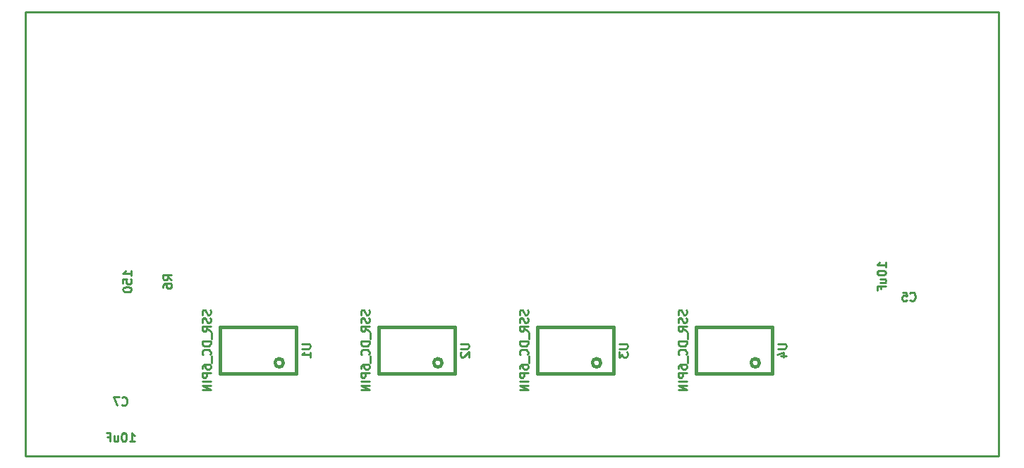
<source format=gbo>
G04 (created by PCBNEW (2013-jul-07)-stable) date Wed 28 May 2014 04:19:17 PM EDT*
%MOIN*%
G04 Gerber Fmt 3.4, Leading zero omitted, Abs format*
%FSLAX34Y34*%
G01*
G70*
G90*
G04 APERTURE LIST*
%ADD10C,0.00590551*%
%ADD11C,0.009*%
%ADD12C,0.015*%
%ADD13C,0.005*%
%ADD14C,0.01*%
%ADD15C,0.175*%
%ADD16O,0.08X0.12*%
%ADD17C,0.08*%
%ADD18R,0.07X0.1*%
%ADD19C,0.096*%
%ADD20C,0.16*%
%ADD21C,0.18*%
%ADD22R,0.12X0.12*%
%ADD23C,0.12*%
%ADD24R,0.1X0.1*%
%ADD25C,0.1*%
%ADD26R,0.07X0.12*%
%ADD27R,0.12X0.07*%
%ADD28C,0.093*%
%ADD29R,0.093X0.093*%
%ADD30C,0.11*%
%ADD31C,0.195*%
%ADD32C,0.14*%
%ADD33R,0.085X0.085*%
%ADD34C,0.085*%
G04 APERTURE END LIST*
G54D10*
G54D11*
X89500Y-51500D02*
X43500Y-51500D01*
X43500Y-30500D02*
X89500Y-30500D01*
X43500Y-30500D02*
X43500Y-51500D01*
X89500Y-51500D02*
X89500Y-30500D01*
G54D12*
X70700Y-47100D02*
G75*
G03X70700Y-47100I-200J0D01*
G74*
G01*
X71300Y-47600D02*
X67700Y-47600D01*
X67700Y-47600D02*
X67700Y-45400D01*
X67700Y-45400D02*
X71300Y-45400D01*
X71300Y-45400D02*
X71300Y-47600D01*
X78200Y-47100D02*
G75*
G03X78200Y-47100I-200J0D01*
G74*
G01*
X78800Y-47600D02*
X75200Y-47600D01*
X75200Y-47600D02*
X75200Y-45400D01*
X75200Y-45400D02*
X78800Y-45400D01*
X78800Y-45400D02*
X78800Y-47600D01*
X55700Y-47100D02*
G75*
G03X55700Y-47100I-200J0D01*
G74*
G01*
X56300Y-47600D02*
X52700Y-47600D01*
X52700Y-47600D02*
X52700Y-45400D01*
X52700Y-45400D02*
X56300Y-45400D01*
X56300Y-45400D02*
X56300Y-47600D01*
X63200Y-47100D02*
G75*
G03X63200Y-47100I-200J0D01*
G74*
G01*
X63800Y-47600D02*
X60200Y-47600D01*
X60200Y-47600D02*
X60200Y-45400D01*
X60200Y-45400D02*
X63800Y-45400D01*
X63800Y-45400D02*
X63800Y-47600D01*
G54D13*
X84950Y-43550D02*
X84350Y-43550D01*
X84350Y-43550D02*
X84350Y-42450D01*
X84350Y-42450D02*
X84950Y-42450D01*
X85550Y-42450D02*
X86150Y-42450D01*
X86150Y-42450D02*
X86150Y-43550D01*
X86150Y-43550D02*
X85550Y-43550D01*
X48300Y-49200D02*
X48900Y-49200D01*
X48900Y-49200D02*
X48900Y-50300D01*
X48900Y-50300D02*
X48300Y-50300D01*
X47700Y-50300D02*
X47100Y-50300D01*
X47100Y-50300D02*
X47100Y-49200D01*
X47100Y-49200D02*
X47700Y-49200D01*
X49800Y-43550D02*
X49800Y-44150D01*
X49800Y-44150D02*
X48700Y-44150D01*
X48700Y-44150D02*
X48700Y-43550D01*
X48700Y-42950D02*
X48700Y-42350D01*
X48700Y-42350D02*
X49800Y-42350D01*
X49800Y-42350D02*
X49800Y-42950D01*
G54D14*
X71561Y-46195D02*
X71885Y-46195D01*
X71923Y-46214D01*
X71942Y-46233D01*
X71961Y-46271D01*
X71961Y-46347D01*
X71942Y-46385D01*
X71923Y-46404D01*
X71885Y-46423D01*
X71561Y-46423D01*
X71561Y-46576D02*
X71561Y-46823D01*
X71714Y-46690D01*
X71714Y-46747D01*
X71733Y-46785D01*
X71752Y-46804D01*
X71790Y-46823D01*
X71885Y-46823D01*
X71923Y-46804D01*
X71942Y-46785D01*
X71961Y-46747D01*
X71961Y-46633D01*
X71942Y-46595D01*
X71923Y-46576D01*
X67242Y-44595D02*
X67261Y-44652D01*
X67261Y-44747D01*
X67242Y-44785D01*
X67223Y-44804D01*
X67185Y-44823D01*
X67147Y-44823D01*
X67109Y-44804D01*
X67090Y-44785D01*
X67071Y-44747D01*
X67052Y-44671D01*
X67033Y-44633D01*
X67014Y-44614D01*
X66976Y-44595D01*
X66938Y-44595D01*
X66900Y-44614D01*
X66880Y-44633D01*
X66861Y-44671D01*
X66861Y-44766D01*
X66880Y-44823D01*
X67242Y-44976D02*
X67261Y-45033D01*
X67261Y-45128D01*
X67242Y-45166D01*
X67223Y-45185D01*
X67185Y-45204D01*
X67147Y-45204D01*
X67109Y-45185D01*
X67090Y-45166D01*
X67071Y-45128D01*
X67052Y-45052D01*
X67033Y-45014D01*
X67014Y-44995D01*
X66976Y-44976D01*
X66938Y-44976D01*
X66900Y-44995D01*
X66880Y-45014D01*
X66861Y-45052D01*
X66861Y-45147D01*
X66880Y-45204D01*
X67261Y-45604D02*
X67071Y-45471D01*
X67261Y-45376D02*
X66861Y-45376D01*
X66861Y-45528D01*
X66880Y-45566D01*
X66900Y-45585D01*
X66938Y-45604D01*
X66995Y-45604D01*
X67033Y-45585D01*
X67052Y-45566D01*
X67071Y-45528D01*
X67071Y-45376D01*
X67300Y-45680D02*
X67300Y-45985D01*
X67261Y-46080D02*
X66861Y-46080D01*
X66861Y-46176D01*
X66880Y-46233D01*
X66919Y-46271D01*
X66957Y-46290D01*
X67033Y-46309D01*
X67090Y-46309D01*
X67166Y-46290D01*
X67204Y-46271D01*
X67242Y-46233D01*
X67261Y-46176D01*
X67261Y-46080D01*
X67223Y-46709D02*
X67242Y-46690D01*
X67261Y-46633D01*
X67261Y-46595D01*
X67242Y-46538D01*
X67204Y-46500D01*
X67166Y-46480D01*
X67090Y-46461D01*
X67033Y-46461D01*
X66957Y-46480D01*
X66919Y-46500D01*
X66880Y-46538D01*
X66861Y-46595D01*
X66861Y-46633D01*
X66880Y-46690D01*
X66900Y-46709D01*
X67300Y-46785D02*
X67300Y-47090D01*
X66861Y-47357D02*
X66861Y-47280D01*
X66880Y-47242D01*
X66900Y-47223D01*
X66957Y-47185D01*
X67033Y-47166D01*
X67185Y-47166D01*
X67223Y-47185D01*
X67242Y-47204D01*
X67261Y-47242D01*
X67261Y-47319D01*
X67242Y-47357D01*
X67223Y-47376D01*
X67185Y-47395D01*
X67090Y-47395D01*
X67052Y-47376D01*
X67033Y-47357D01*
X67014Y-47319D01*
X67014Y-47242D01*
X67033Y-47204D01*
X67052Y-47185D01*
X67090Y-47166D01*
X67261Y-47566D02*
X66861Y-47566D01*
X66861Y-47719D01*
X66880Y-47757D01*
X66900Y-47776D01*
X66938Y-47795D01*
X66995Y-47795D01*
X67033Y-47776D01*
X67052Y-47757D01*
X67071Y-47719D01*
X67071Y-47566D01*
X67261Y-47966D02*
X66861Y-47966D01*
X67261Y-48157D02*
X66861Y-48157D01*
X67261Y-48385D01*
X66861Y-48385D01*
X79061Y-46195D02*
X79385Y-46195D01*
X79423Y-46214D01*
X79442Y-46233D01*
X79461Y-46271D01*
X79461Y-46347D01*
X79442Y-46385D01*
X79423Y-46404D01*
X79385Y-46423D01*
X79061Y-46423D01*
X79195Y-46785D02*
X79461Y-46785D01*
X79042Y-46690D02*
X79328Y-46595D01*
X79328Y-46842D01*
X74742Y-44595D02*
X74761Y-44652D01*
X74761Y-44747D01*
X74742Y-44785D01*
X74723Y-44804D01*
X74685Y-44823D01*
X74647Y-44823D01*
X74609Y-44804D01*
X74590Y-44785D01*
X74571Y-44747D01*
X74552Y-44671D01*
X74533Y-44633D01*
X74514Y-44614D01*
X74476Y-44595D01*
X74438Y-44595D01*
X74400Y-44614D01*
X74380Y-44633D01*
X74361Y-44671D01*
X74361Y-44766D01*
X74380Y-44823D01*
X74742Y-44976D02*
X74761Y-45033D01*
X74761Y-45128D01*
X74742Y-45166D01*
X74723Y-45185D01*
X74685Y-45204D01*
X74647Y-45204D01*
X74609Y-45185D01*
X74590Y-45166D01*
X74571Y-45128D01*
X74552Y-45052D01*
X74533Y-45014D01*
X74514Y-44995D01*
X74476Y-44976D01*
X74438Y-44976D01*
X74400Y-44995D01*
X74380Y-45014D01*
X74361Y-45052D01*
X74361Y-45147D01*
X74380Y-45204D01*
X74761Y-45604D02*
X74571Y-45471D01*
X74761Y-45376D02*
X74361Y-45376D01*
X74361Y-45528D01*
X74380Y-45566D01*
X74400Y-45585D01*
X74438Y-45604D01*
X74495Y-45604D01*
X74533Y-45585D01*
X74552Y-45566D01*
X74571Y-45528D01*
X74571Y-45376D01*
X74800Y-45680D02*
X74800Y-45985D01*
X74761Y-46080D02*
X74361Y-46080D01*
X74361Y-46176D01*
X74380Y-46233D01*
X74419Y-46271D01*
X74457Y-46290D01*
X74533Y-46309D01*
X74590Y-46309D01*
X74666Y-46290D01*
X74704Y-46271D01*
X74742Y-46233D01*
X74761Y-46176D01*
X74761Y-46080D01*
X74723Y-46709D02*
X74742Y-46690D01*
X74761Y-46633D01*
X74761Y-46595D01*
X74742Y-46538D01*
X74704Y-46500D01*
X74666Y-46480D01*
X74590Y-46461D01*
X74533Y-46461D01*
X74457Y-46480D01*
X74419Y-46500D01*
X74380Y-46538D01*
X74361Y-46595D01*
X74361Y-46633D01*
X74380Y-46690D01*
X74400Y-46709D01*
X74800Y-46785D02*
X74800Y-47090D01*
X74361Y-47357D02*
X74361Y-47280D01*
X74380Y-47242D01*
X74400Y-47223D01*
X74457Y-47185D01*
X74533Y-47166D01*
X74685Y-47166D01*
X74723Y-47185D01*
X74742Y-47204D01*
X74761Y-47242D01*
X74761Y-47319D01*
X74742Y-47357D01*
X74723Y-47376D01*
X74685Y-47395D01*
X74590Y-47395D01*
X74552Y-47376D01*
X74533Y-47357D01*
X74514Y-47319D01*
X74514Y-47242D01*
X74533Y-47204D01*
X74552Y-47185D01*
X74590Y-47166D01*
X74761Y-47566D02*
X74361Y-47566D01*
X74361Y-47719D01*
X74380Y-47757D01*
X74400Y-47776D01*
X74438Y-47795D01*
X74495Y-47795D01*
X74533Y-47776D01*
X74552Y-47757D01*
X74571Y-47719D01*
X74571Y-47566D01*
X74761Y-47966D02*
X74361Y-47966D01*
X74761Y-48157D02*
X74361Y-48157D01*
X74761Y-48385D01*
X74361Y-48385D01*
X56561Y-46195D02*
X56885Y-46195D01*
X56923Y-46214D01*
X56942Y-46233D01*
X56961Y-46271D01*
X56961Y-46347D01*
X56942Y-46385D01*
X56923Y-46404D01*
X56885Y-46423D01*
X56561Y-46423D01*
X56961Y-46823D02*
X56961Y-46595D01*
X56961Y-46709D02*
X56561Y-46709D01*
X56619Y-46671D01*
X56657Y-46633D01*
X56676Y-46595D01*
X52242Y-44595D02*
X52261Y-44652D01*
X52261Y-44747D01*
X52242Y-44785D01*
X52223Y-44804D01*
X52185Y-44823D01*
X52147Y-44823D01*
X52109Y-44804D01*
X52090Y-44785D01*
X52071Y-44747D01*
X52052Y-44671D01*
X52033Y-44633D01*
X52014Y-44614D01*
X51976Y-44595D01*
X51938Y-44595D01*
X51900Y-44614D01*
X51880Y-44633D01*
X51861Y-44671D01*
X51861Y-44766D01*
X51880Y-44823D01*
X52242Y-44976D02*
X52261Y-45033D01*
X52261Y-45128D01*
X52242Y-45166D01*
X52223Y-45185D01*
X52185Y-45204D01*
X52147Y-45204D01*
X52109Y-45185D01*
X52090Y-45166D01*
X52071Y-45128D01*
X52052Y-45052D01*
X52033Y-45014D01*
X52014Y-44995D01*
X51976Y-44976D01*
X51938Y-44976D01*
X51900Y-44995D01*
X51880Y-45014D01*
X51861Y-45052D01*
X51861Y-45147D01*
X51880Y-45204D01*
X52261Y-45604D02*
X52071Y-45471D01*
X52261Y-45376D02*
X51861Y-45376D01*
X51861Y-45528D01*
X51880Y-45566D01*
X51900Y-45585D01*
X51938Y-45604D01*
X51995Y-45604D01*
X52033Y-45585D01*
X52052Y-45566D01*
X52071Y-45528D01*
X52071Y-45376D01*
X52300Y-45680D02*
X52300Y-45985D01*
X52261Y-46080D02*
X51861Y-46080D01*
X51861Y-46176D01*
X51880Y-46233D01*
X51919Y-46271D01*
X51957Y-46290D01*
X52033Y-46309D01*
X52090Y-46309D01*
X52166Y-46290D01*
X52204Y-46271D01*
X52242Y-46233D01*
X52261Y-46176D01*
X52261Y-46080D01*
X52223Y-46709D02*
X52242Y-46690D01*
X52261Y-46633D01*
X52261Y-46595D01*
X52242Y-46538D01*
X52204Y-46500D01*
X52166Y-46480D01*
X52090Y-46461D01*
X52033Y-46461D01*
X51957Y-46480D01*
X51919Y-46500D01*
X51880Y-46538D01*
X51861Y-46595D01*
X51861Y-46633D01*
X51880Y-46690D01*
X51900Y-46709D01*
X52300Y-46785D02*
X52300Y-47090D01*
X51861Y-47357D02*
X51861Y-47280D01*
X51880Y-47242D01*
X51900Y-47223D01*
X51957Y-47185D01*
X52033Y-47166D01*
X52185Y-47166D01*
X52223Y-47185D01*
X52242Y-47204D01*
X52261Y-47242D01*
X52261Y-47319D01*
X52242Y-47357D01*
X52223Y-47376D01*
X52185Y-47395D01*
X52090Y-47395D01*
X52052Y-47376D01*
X52033Y-47357D01*
X52014Y-47319D01*
X52014Y-47242D01*
X52033Y-47204D01*
X52052Y-47185D01*
X52090Y-47166D01*
X52261Y-47566D02*
X51861Y-47566D01*
X51861Y-47719D01*
X51880Y-47757D01*
X51900Y-47776D01*
X51938Y-47795D01*
X51995Y-47795D01*
X52033Y-47776D01*
X52052Y-47757D01*
X52071Y-47719D01*
X52071Y-47566D01*
X52261Y-47966D02*
X51861Y-47966D01*
X52261Y-48157D02*
X51861Y-48157D01*
X52261Y-48385D01*
X51861Y-48385D01*
X64061Y-46195D02*
X64385Y-46195D01*
X64423Y-46214D01*
X64442Y-46233D01*
X64461Y-46271D01*
X64461Y-46347D01*
X64442Y-46385D01*
X64423Y-46404D01*
X64385Y-46423D01*
X64061Y-46423D01*
X64100Y-46595D02*
X64080Y-46614D01*
X64061Y-46652D01*
X64061Y-46747D01*
X64080Y-46785D01*
X64100Y-46804D01*
X64138Y-46823D01*
X64176Y-46823D01*
X64233Y-46804D01*
X64461Y-46576D01*
X64461Y-46823D01*
X59742Y-44595D02*
X59761Y-44652D01*
X59761Y-44747D01*
X59742Y-44785D01*
X59723Y-44804D01*
X59685Y-44823D01*
X59647Y-44823D01*
X59609Y-44804D01*
X59590Y-44785D01*
X59571Y-44747D01*
X59552Y-44671D01*
X59533Y-44633D01*
X59514Y-44614D01*
X59476Y-44595D01*
X59438Y-44595D01*
X59400Y-44614D01*
X59380Y-44633D01*
X59361Y-44671D01*
X59361Y-44766D01*
X59380Y-44823D01*
X59742Y-44976D02*
X59761Y-45033D01*
X59761Y-45128D01*
X59742Y-45166D01*
X59723Y-45185D01*
X59685Y-45204D01*
X59647Y-45204D01*
X59609Y-45185D01*
X59590Y-45166D01*
X59571Y-45128D01*
X59552Y-45052D01*
X59533Y-45014D01*
X59514Y-44995D01*
X59476Y-44976D01*
X59438Y-44976D01*
X59400Y-44995D01*
X59380Y-45014D01*
X59361Y-45052D01*
X59361Y-45147D01*
X59380Y-45204D01*
X59761Y-45604D02*
X59571Y-45471D01*
X59761Y-45376D02*
X59361Y-45376D01*
X59361Y-45528D01*
X59380Y-45566D01*
X59400Y-45585D01*
X59438Y-45604D01*
X59495Y-45604D01*
X59533Y-45585D01*
X59552Y-45566D01*
X59571Y-45528D01*
X59571Y-45376D01*
X59800Y-45680D02*
X59800Y-45985D01*
X59761Y-46080D02*
X59361Y-46080D01*
X59361Y-46176D01*
X59380Y-46233D01*
X59419Y-46271D01*
X59457Y-46290D01*
X59533Y-46309D01*
X59590Y-46309D01*
X59666Y-46290D01*
X59704Y-46271D01*
X59742Y-46233D01*
X59761Y-46176D01*
X59761Y-46080D01*
X59723Y-46709D02*
X59742Y-46690D01*
X59761Y-46633D01*
X59761Y-46595D01*
X59742Y-46538D01*
X59704Y-46500D01*
X59666Y-46480D01*
X59590Y-46461D01*
X59533Y-46461D01*
X59457Y-46480D01*
X59419Y-46500D01*
X59380Y-46538D01*
X59361Y-46595D01*
X59361Y-46633D01*
X59380Y-46690D01*
X59400Y-46709D01*
X59800Y-46785D02*
X59800Y-47090D01*
X59361Y-47357D02*
X59361Y-47280D01*
X59380Y-47242D01*
X59400Y-47223D01*
X59457Y-47185D01*
X59533Y-47166D01*
X59685Y-47166D01*
X59723Y-47185D01*
X59742Y-47204D01*
X59761Y-47242D01*
X59761Y-47319D01*
X59742Y-47357D01*
X59723Y-47376D01*
X59685Y-47395D01*
X59590Y-47395D01*
X59552Y-47376D01*
X59533Y-47357D01*
X59514Y-47319D01*
X59514Y-47242D01*
X59533Y-47204D01*
X59552Y-47185D01*
X59590Y-47166D01*
X59761Y-47566D02*
X59361Y-47566D01*
X59361Y-47719D01*
X59380Y-47757D01*
X59400Y-47776D01*
X59438Y-47795D01*
X59495Y-47795D01*
X59533Y-47776D01*
X59552Y-47757D01*
X59571Y-47719D01*
X59571Y-47566D01*
X59761Y-47966D02*
X59361Y-47966D01*
X59761Y-48157D02*
X59361Y-48157D01*
X59761Y-48385D01*
X59361Y-48385D01*
X85316Y-44123D02*
X85335Y-44142D01*
X85392Y-44161D01*
X85430Y-44161D01*
X85488Y-44142D01*
X85526Y-44104D01*
X85545Y-44066D01*
X85564Y-43990D01*
X85564Y-43933D01*
X85545Y-43857D01*
X85526Y-43819D01*
X85488Y-43780D01*
X85430Y-43761D01*
X85392Y-43761D01*
X85335Y-43780D01*
X85316Y-43800D01*
X84954Y-43761D02*
X85145Y-43761D01*
X85164Y-43952D01*
X85145Y-43933D01*
X85107Y-43914D01*
X85011Y-43914D01*
X84973Y-43933D01*
X84954Y-43952D01*
X84935Y-43990D01*
X84935Y-44085D01*
X84954Y-44123D01*
X84973Y-44142D01*
X85011Y-44161D01*
X85107Y-44161D01*
X85145Y-44142D01*
X85164Y-44123D01*
X84161Y-42571D02*
X84161Y-42342D01*
X84161Y-42457D02*
X83761Y-42457D01*
X83819Y-42419D01*
X83857Y-42380D01*
X83876Y-42342D01*
X83761Y-42819D02*
X83761Y-42857D01*
X83780Y-42895D01*
X83800Y-42914D01*
X83838Y-42933D01*
X83914Y-42952D01*
X84009Y-42952D01*
X84085Y-42933D01*
X84123Y-42914D01*
X84142Y-42895D01*
X84161Y-42857D01*
X84161Y-42819D01*
X84142Y-42780D01*
X84123Y-42761D01*
X84085Y-42742D01*
X84009Y-42723D01*
X83914Y-42723D01*
X83838Y-42742D01*
X83800Y-42761D01*
X83780Y-42780D01*
X83761Y-42819D01*
X83895Y-43295D02*
X84161Y-43295D01*
X83895Y-43123D02*
X84104Y-43123D01*
X84142Y-43142D01*
X84161Y-43180D01*
X84161Y-43238D01*
X84142Y-43276D01*
X84123Y-43295D01*
X83952Y-43619D02*
X83952Y-43485D01*
X84161Y-43485D02*
X83761Y-43485D01*
X83761Y-43676D01*
X48066Y-49073D02*
X48085Y-49092D01*
X48142Y-49111D01*
X48180Y-49111D01*
X48238Y-49092D01*
X48276Y-49054D01*
X48295Y-49016D01*
X48314Y-48940D01*
X48314Y-48883D01*
X48295Y-48807D01*
X48276Y-48769D01*
X48238Y-48730D01*
X48180Y-48711D01*
X48142Y-48711D01*
X48085Y-48730D01*
X48066Y-48750D01*
X47933Y-48711D02*
X47666Y-48711D01*
X47838Y-49111D01*
X48428Y-50811D02*
X48657Y-50811D01*
X48542Y-50811D02*
X48542Y-50411D01*
X48580Y-50469D01*
X48619Y-50507D01*
X48657Y-50526D01*
X48180Y-50411D02*
X48142Y-50411D01*
X48104Y-50430D01*
X48085Y-50450D01*
X48066Y-50488D01*
X48047Y-50564D01*
X48047Y-50659D01*
X48066Y-50735D01*
X48085Y-50773D01*
X48104Y-50792D01*
X48142Y-50811D01*
X48180Y-50811D01*
X48219Y-50792D01*
X48238Y-50773D01*
X48257Y-50735D01*
X48276Y-50659D01*
X48276Y-50564D01*
X48257Y-50488D01*
X48238Y-50450D01*
X48219Y-50430D01*
X48180Y-50411D01*
X47704Y-50545D02*
X47704Y-50811D01*
X47876Y-50545D02*
X47876Y-50754D01*
X47857Y-50792D01*
X47819Y-50811D01*
X47761Y-50811D01*
X47723Y-50792D01*
X47704Y-50773D01*
X47380Y-50602D02*
X47514Y-50602D01*
X47514Y-50811D02*
X47514Y-50411D01*
X47323Y-50411D01*
X50411Y-43183D02*
X50221Y-43050D01*
X50411Y-42954D02*
X50011Y-42954D01*
X50011Y-43107D01*
X50030Y-43145D01*
X50050Y-43164D01*
X50088Y-43183D01*
X50145Y-43183D01*
X50183Y-43164D01*
X50202Y-43145D01*
X50221Y-43107D01*
X50221Y-42954D01*
X50011Y-43526D02*
X50011Y-43450D01*
X50030Y-43411D01*
X50050Y-43392D01*
X50107Y-43354D01*
X50183Y-43335D01*
X50335Y-43335D01*
X50373Y-43354D01*
X50392Y-43373D01*
X50411Y-43411D01*
X50411Y-43488D01*
X50392Y-43526D01*
X50373Y-43545D01*
X50335Y-43564D01*
X50240Y-43564D01*
X50202Y-43545D01*
X50183Y-43526D01*
X50164Y-43488D01*
X50164Y-43411D01*
X50183Y-43373D01*
X50202Y-43354D01*
X50240Y-43335D01*
X48511Y-42983D02*
X48511Y-42754D01*
X48511Y-42869D02*
X48111Y-42869D01*
X48169Y-42830D01*
X48207Y-42792D01*
X48226Y-42754D01*
X48111Y-43345D02*
X48111Y-43154D01*
X48302Y-43135D01*
X48283Y-43154D01*
X48264Y-43192D01*
X48264Y-43288D01*
X48283Y-43326D01*
X48302Y-43345D01*
X48340Y-43364D01*
X48435Y-43364D01*
X48473Y-43345D01*
X48492Y-43326D01*
X48511Y-43288D01*
X48511Y-43192D01*
X48492Y-43154D01*
X48473Y-43135D01*
X48111Y-43611D02*
X48111Y-43650D01*
X48130Y-43688D01*
X48150Y-43707D01*
X48188Y-43726D01*
X48264Y-43745D01*
X48359Y-43745D01*
X48435Y-43726D01*
X48473Y-43707D01*
X48492Y-43688D01*
X48511Y-43650D01*
X48511Y-43611D01*
X48492Y-43573D01*
X48473Y-43554D01*
X48435Y-43535D01*
X48359Y-43516D01*
X48264Y-43516D01*
X48188Y-43535D01*
X48150Y-43554D01*
X48130Y-43573D01*
X48111Y-43611D01*
%LPC*%
G54D15*
X50500Y-50500D03*
X51000Y-31500D03*
X83000Y-50500D03*
X80500Y-31500D03*
G54D16*
X56000Y-50500D03*
X57000Y-50500D03*
X58000Y-50500D03*
X59000Y-50500D03*
X60000Y-50500D03*
X61000Y-50500D03*
X62000Y-50500D03*
X63000Y-50500D03*
X65000Y-50500D03*
X66000Y-50500D03*
X67000Y-50500D03*
X68000Y-50500D03*
X69000Y-50500D03*
X70000Y-50500D03*
X71000Y-50500D03*
X72000Y-50500D03*
X74000Y-50500D03*
X75000Y-50500D03*
X76000Y-50500D03*
X77000Y-50500D03*
X78000Y-50500D03*
X79000Y-50500D03*
X80000Y-50500D03*
X81000Y-50500D03*
X52400Y-31500D03*
X53400Y-31500D03*
X54400Y-31500D03*
X55400Y-31500D03*
X56400Y-31500D03*
X57400Y-31500D03*
X58400Y-31500D03*
X59400Y-31500D03*
X60400Y-31500D03*
X61400Y-31500D03*
X63000Y-31500D03*
X70000Y-31500D03*
X69000Y-31500D03*
X68000Y-31500D03*
X67000Y-31500D03*
X66000Y-31500D03*
X65000Y-31500D03*
X64000Y-31500D03*
X72000Y-31500D03*
X73000Y-31500D03*
X74000Y-31500D03*
X75000Y-31500D03*
X76000Y-31500D03*
X77000Y-31500D03*
X78000Y-31500D03*
X79000Y-31500D03*
G54D17*
X82000Y-31500D03*
X83000Y-31500D03*
X82000Y-32500D03*
X83000Y-32500D03*
X82000Y-33500D03*
X83000Y-33500D03*
X82000Y-34500D03*
X83000Y-34500D03*
X82000Y-35500D03*
X83000Y-35500D03*
X82000Y-36500D03*
X83000Y-36500D03*
X82000Y-37500D03*
X83000Y-37500D03*
X82000Y-38500D03*
X83000Y-38500D03*
X82000Y-39500D03*
X83000Y-39500D03*
X82000Y-40500D03*
X83000Y-40500D03*
X82000Y-41500D03*
X83000Y-41500D03*
X82000Y-42500D03*
X83000Y-42500D03*
X82000Y-43500D03*
X83000Y-43500D03*
X82000Y-44500D03*
X83000Y-44500D03*
X82000Y-45500D03*
X83000Y-45500D03*
X82000Y-46500D03*
X83000Y-46500D03*
X82000Y-47500D03*
X83000Y-47500D03*
X82000Y-48500D03*
X83000Y-48500D03*
G54D18*
X70500Y-48250D03*
X69500Y-48250D03*
X68500Y-48250D03*
X68500Y-44750D03*
X69500Y-44750D03*
X70500Y-44750D03*
X78000Y-48250D03*
X77000Y-48250D03*
X76000Y-48250D03*
X76000Y-44750D03*
X77000Y-44750D03*
X78000Y-44750D03*
G54D19*
X88320Y-41000D03*
G54D20*
X87140Y-41000D03*
G54D21*
X84780Y-41000D03*
G54D20*
X87530Y-39230D03*
X87530Y-42770D03*
G54D18*
X55500Y-48250D03*
X54500Y-48250D03*
X53500Y-48250D03*
X53500Y-44750D03*
X54500Y-44750D03*
X55500Y-44750D03*
X63000Y-48250D03*
X62000Y-48250D03*
X61000Y-48250D03*
X61000Y-44750D03*
X62000Y-44750D03*
X63000Y-44750D03*
G54D22*
X76311Y-33750D03*
G54D23*
X77689Y-33750D03*
G54D22*
X68811Y-33750D03*
G54D23*
X70189Y-33750D03*
G54D22*
X61311Y-33750D03*
G54D23*
X62689Y-33750D03*
G54D22*
X53811Y-33750D03*
G54D23*
X55189Y-33750D03*
G54D24*
X75500Y-43500D03*
G54D25*
X76500Y-43500D03*
X77500Y-43500D03*
X78500Y-43500D03*
X78500Y-36500D03*
X75500Y-36500D03*
G54D24*
X68000Y-43500D03*
G54D25*
X69000Y-43500D03*
X70000Y-43500D03*
X71000Y-43500D03*
X71000Y-36500D03*
X68000Y-36500D03*
G54D24*
X60500Y-43500D03*
G54D25*
X61500Y-43500D03*
X62500Y-43500D03*
X63500Y-43500D03*
X63500Y-36500D03*
X60500Y-36500D03*
G54D24*
X53000Y-43500D03*
G54D25*
X54000Y-43500D03*
X55000Y-43500D03*
X56000Y-43500D03*
X56000Y-36500D03*
X53000Y-36500D03*
G54D26*
X84650Y-43000D03*
X85850Y-43000D03*
X48600Y-49750D03*
X47400Y-49750D03*
G54D27*
X49250Y-43850D03*
X49250Y-42650D03*
G54D28*
X47500Y-48250D03*
X48500Y-48250D03*
G54D29*
X46500Y-48250D03*
G54D28*
X86750Y-34000D03*
G54D29*
X85750Y-34000D03*
G54D30*
X48000Y-36750D03*
G54D17*
X50500Y-40780D03*
X49500Y-40780D03*
X48500Y-40780D03*
X50000Y-32720D03*
X48000Y-32720D03*
X45500Y-32720D03*
G54D31*
X51300Y-34670D03*
X51300Y-38830D03*
X44700Y-34670D03*
X44700Y-38830D03*
G54D17*
X86250Y-46250D03*
X86250Y-45250D03*
X86250Y-47250D03*
G54D32*
X45250Y-46250D03*
X45250Y-42250D03*
G54D33*
X47250Y-44250D03*
G54D34*
X47250Y-45250D03*
G54D32*
X49250Y-46250D03*
M02*

</source>
